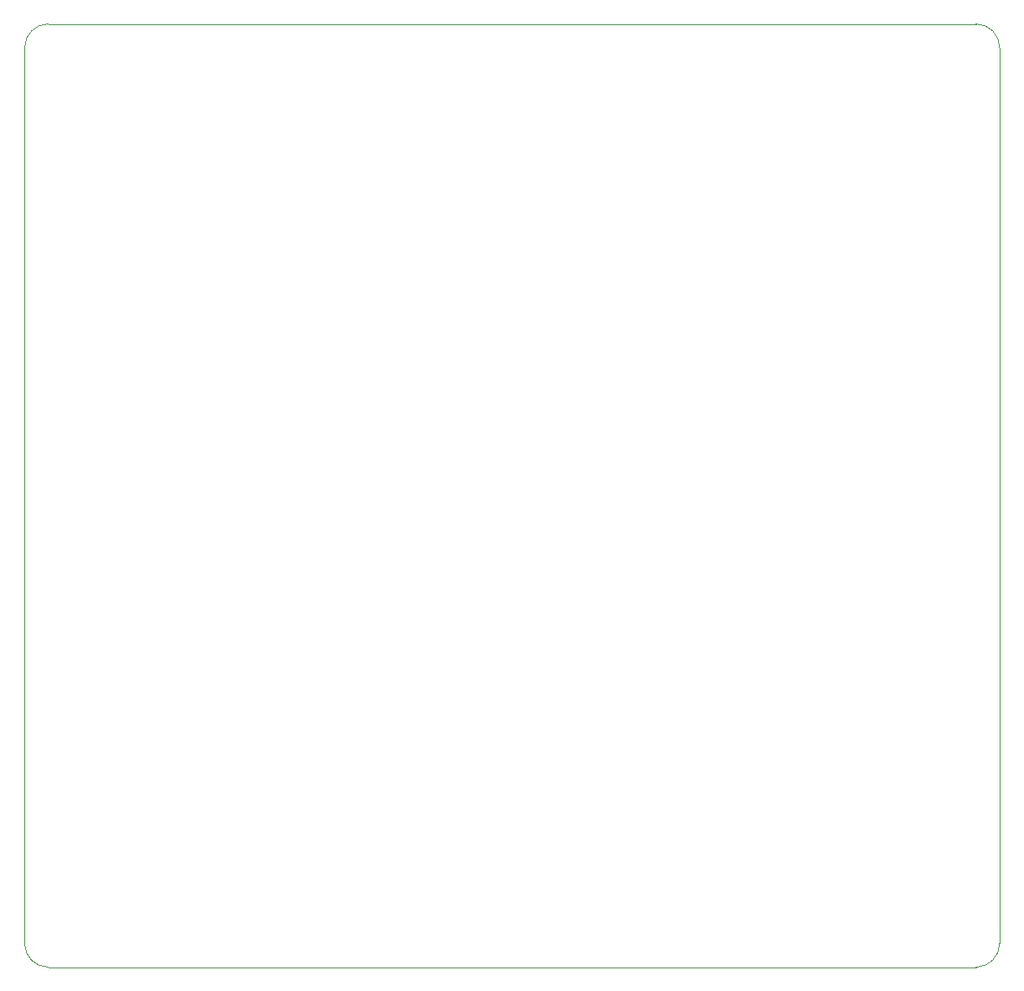
<source format=gm1>
G04 #@! TF.GenerationSoftware,KiCad,Pcbnew,(5.1.4)-1*
G04 #@! TF.CreationDate,2023-04-29T19:21:49-04:00*
G04 #@! TF.ProjectId,Rev 1,52657620-312e-46b6-9963-61645f706362,rev?*
G04 #@! TF.SameCoordinates,Original*
G04 #@! TF.FileFunction,Profile,NP*
%FSLAX46Y46*%
G04 Gerber Fmt 4.6, Leading zero omitted, Abs format (unit mm)*
G04 Created by KiCad (PCBNEW (5.1.4)-1) date 2023-04-29 19:21:49*
%MOMM*%
%LPD*%
G04 APERTURE LIST*
%ADD10C,0.050000*%
G04 APERTURE END LIST*
D10*
X31750000Y-33337500D02*
X31750000Y-123825000D01*
X130175000Y-123825000D02*
X130175000Y-33337500D01*
X130175000Y-123825000D02*
G75*
G02X127793750Y-126206250I-2381250J0D01*
G01*
X34131250Y-126206250D02*
X127793750Y-126206250D01*
X127793750Y-30956250D02*
G75*
G02X130175000Y-33337500I0J-2381250D01*
G01*
X34131250Y-30956250D02*
X127793750Y-30956250D01*
X34131250Y-126206250D02*
G75*
G02X31750000Y-123825000I0J2381250D01*
G01*
X31750000Y-33337500D02*
G75*
G02X34131250Y-30956250I2381250J0D01*
G01*
M02*

</source>
